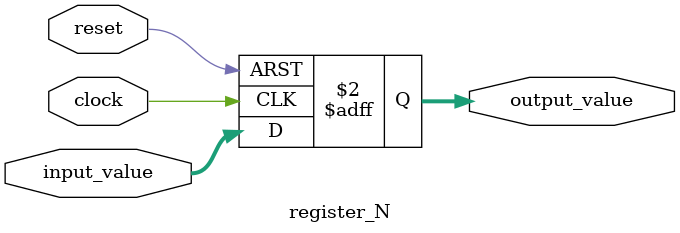
<source format=sv>
module register_N # (
    parameter WORD_SIZE = 8
) (
    input wire clock, reset,
    input wire [WORD_SIZE-1:0] input_value,
    output reg [WORD_SIZE-1:0] output_value
);

    always @(posedge clock or posedge reset) begin
        if (reset) begin
            output_value <= 0;
        end else begin
            output_value <= input_value;
        end
    end

endmodule
</source>
